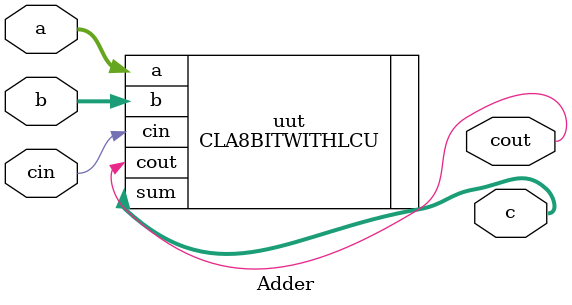
<source format=v>
`timescale 1ns / 1ps

module Adder(
		input [7:0] a,
		input [7:0] b,
		input cin,
		output [7:0] c,
		output cout
    );
	
	CLA8BITWITHLCU uut (
		.a(a), 
		.b(b), 
		.cin(cin), 
		.sum(c), 
		.cout(cout)
	);

endmodule

</source>
